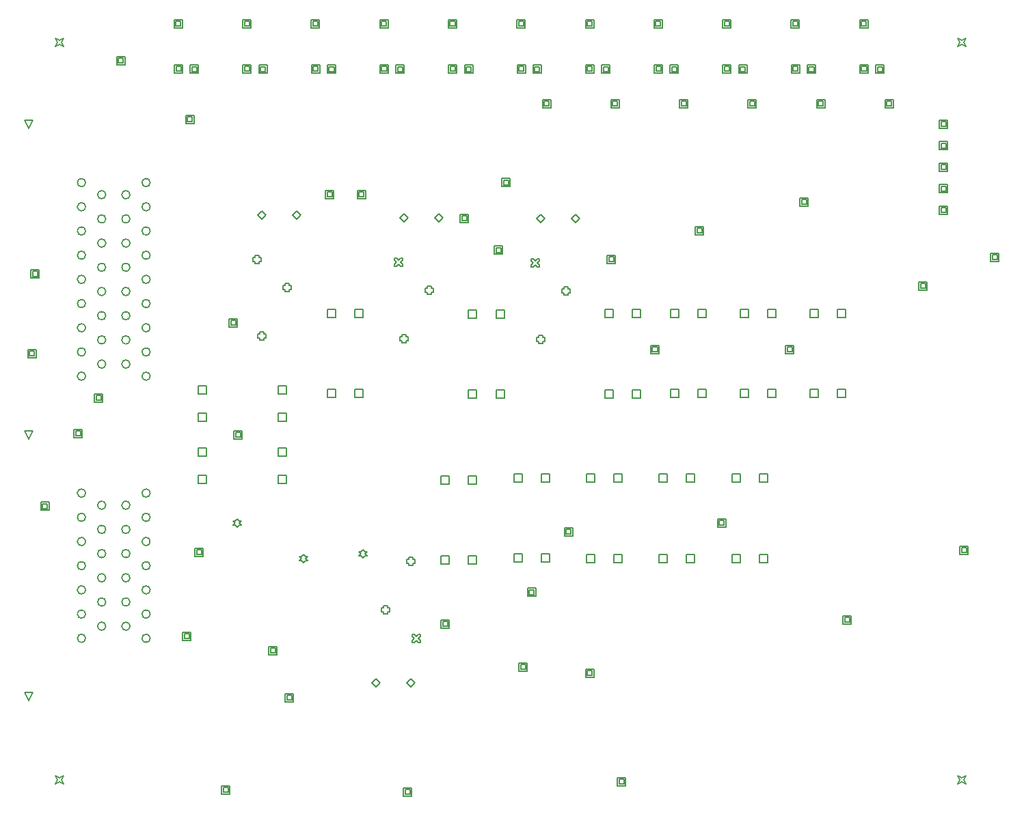
<source format=gbr>
%TF.GenerationSoftware,Altium Limited,Altium Designer,19.0.10 (269)*%
G04 Layer_Color=2752767*
%FSLAX26Y26*%
%MOIN*%
%TF.FileFunction,Drawing*%
%TF.Part,Single*%
G01*
G75*
%TA.AperFunction,NonConductor*%
%ADD73C,0.005000*%
%ADD74C,0.006667*%
D73*
X1365551Y1745000D02*
Y1785000D01*
X1405551D01*
Y1745000D01*
X1365551D01*
X975000D02*
Y1785000D01*
X1015000D01*
Y1745000D01*
X975000D01*
X1365551Y1878858D02*
Y1918858D01*
X1405551D01*
Y1878858D01*
X1365551D01*
X975000D02*
Y1918858D01*
X1015000D01*
Y1878858D01*
X975000D01*
Y2183780D02*
Y2223780D01*
X1015000D01*
Y2183780D01*
X975000D01*
X1365551D02*
Y2223780D01*
X1405551D01*
Y2183780D01*
X1365551D01*
X975000Y2049921D02*
Y2089921D01*
X1015000D01*
Y2049921D01*
X975000D01*
X1365551D02*
Y2089921D01*
X1405551D01*
Y2049921D01*
X1365551D01*
X1604843Y2166206D02*
Y2206206D01*
X1644843D01*
Y2166206D01*
X1604843D01*
Y2556757D02*
Y2596757D01*
X1644843D01*
Y2556757D01*
X1604843D01*
X1738701Y2166206D02*
Y2206206D01*
X1778701D01*
Y2166206D01*
X1738701D01*
Y2556757D02*
Y2596757D01*
X1778701D01*
Y2556757D01*
X1738701D01*
X2293490Y2161724D02*
Y2201724D01*
X2333490D01*
Y2161724D01*
X2293490D01*
Y2552276D02*
Y2592276D01*
X2333490D01*
Y2552276D01*
X2293490D01*
X2427348Y2161724D02*
Y2201724D01*
X2467348D01*
Y2161724D01*
X2427348D01*
Y2552276D02*
Y2592276D01*
X2467348D01*
Y2552276D01*
X2427348D01*
X2959165Y2163724D02*
Y2203724D01*
X2999165D01*
Y2163724D01*
X2959165D01*
Y2554276D02*
Y2594276D01*
X2999165D01*
Y2554276D01*
X2959165D01*
X3093023Y2163724D02*
Y2203724D01*
X3133023D01*
Y2163724D01*
X3093023D01*
Y2554276D02*
Y2594276D01*
X3133023D01*
Y2554276D01*
X3093023D01*
X3279361Y2164449D02*
Y2204449D01*
X3319361D01*
Y2164449D01*
X3279361D01*
Y2555000D02*
Y2595000D01*
X3319361D01*
Y2555000D01*
X3279361D01*
X3413220Y2164449D02*
Y2204449D01*
X3453220D01*
Y2164449D01*
X3413220D01*
Y2555000D02*
Y2595000D01*
X3453220D01*
Y2555000D01*
X3413220D01*
X3618246Y2164724D02*
Y2204724D01*
X3658246D01*
Y2164724D01*
X3618246D01*
Y2555276D02*
Y2595276D01*
X3658246D01*
Y2555276D01*
X3618246D01*
X3752104Y2164724D02*
Y2204724D01*
X3792104D01*
Y2164724D01*
X3752104D01*
Y2555276D02*
Y2595276D01*
X3792104D01*
Y2555276D01*
X3752104D01*
X3958379Y2164898D02*
Y2204898D01*
X3998379D01*
Y2164898D01*
X3958379D01*
Y2555450D02*
Y2595450D01*
X3998379D01*
Y2555450D01*
X3958379D01*
X4092237Y2164898D02*
Y2204898D01*
X4132237D01*
Y2164898D01*
X4092237D01*
Y2555450D02*
Y2595450D01*
X4132237D01*
Y2555450D01*
X4092237D01*
X3711237Y1751450D02*
Y1791450D01*
X3751237D01*
Y1751450D01*
X3711237D01*
Y1360898D02*
Y1400898D01*
X3751237D01*
Y1360898D01*
X3711237D01*
X3577378Y1751450D02*
Y1791450D01*
X3617378D01*
Y1751450D01*
X3577378D01*
Y1360898D02*
Y1400898D01*
X3617378D01*
Y1360898D01*
X3577378D01*
X3356886Y1751000D02*
Y1791000D01*
X3396886D01*
Y1751000D01*
X3356886D01*
Y1360449D02*
Y1400449D01*
X3396886D01*
Y1360449D01*
X3356886D01*
X3223028Y1751000D02*
Y1791000D01*
X3263028D01*
Y1751000D01*
X3223028D01*
Y1360449D02*
Y1400449D01*
X3263028D01*
Y1360449D01*
X3223028D01*
X3002570Y1751450D02*
Y1791450D01*
X3042570D01*
Y1751450D01*
X3002570D01*
Y1360898D02*
Y1400898D01*
X3042570D01*
Y1360898D01*
X3002570D01*
X2868712Y1751450D02*
Y1791450D01*
X2908712D01*
Y1751450D01*
X2868712D01*
Y1360898D02*
Y1400898D01*
X2908712D01*
Y1360898D01*
X2868712D01*
X2647701Y1751757D02*
Y1791757D01*
X2687701D01*
Y1751757D01*
X2647701D01*
Y1361206D02*
Y1401206D01*
X2687701D01*
Y1361206D01*
X2647701D01*
X2513843Y1751757D02*
Y1791757D01*
X2553843D01*
Y1751757D01*
X2513843D01*
Y1361206D02*
Y1401206D01*
X2553843D01*
Y1361206D01*
X2513843D01*
X2293314Y1743253D02*
Y1783253D01*
X2333314D01*
Y1743253D01*
X2293314D01*
Y1352702D02*
Y1392702D01*
X2333314D01*
Y1352702D01*
X2293314D01*
X2159456Y1743253D02*
Y1783253D01*
X2199456D01*
Y1743253D01*
X2159456D01*
Y1352702D02*
Y1392702D01*
X2199456D01*
Y1352702D01*
X2159456D01*
X150000Y684724D02*
X130000Y724724D01*
X170000D01*
X150000Y684724D01*
Y1964252D02*
X130000Y2004252D01*
X170000D01*
X150000Y1964252D01*
Y3480000D02*
X130000Y3520000D01*
X170000D01*
X150000Y3480000D01*
X1166000Y1532000D02*
X1176000Y1542000D01*
X1186000D01*
X1176000Y1552000D01*
X1186000Y1562000D01*
X1176000D01*
X1166000Y1572000D01*
X1156000Y1562000D01*
X1146000D01*
X1156000Y1552000D01*
X1146000Y1542000D01*
X1156000D01*
X1166000Y1532000D01*
X1777000Y1381000D02*
X1787000Y1391000D01*
X1797000D01*
X1787000Y1401000D01*
X1797000Y1411000D01*
X1787000D01*
X1777000Y1421000D01*
X1767000Y1411000D01*
X1757000D01*
X1767000Y1401000D01*
X1757000Y1391000D01*
X1767000D01*
X1777000Y1381000D01*
X1490000Y1360000D02*
X1500000Y1370000D01*
X1510000D01*
X1500000Y1380000D01*
X1510000Y1390000D01*
X1500000D01*
X1490000Y1400000D01*
X1480000Y1390000D01*
X1470000D01*
X1480000Y1380000D01*
X1470000Y1370000D01*
X1480000D01*
X1490000Y1360000D01*
X4680000Y280000D02*
X4690000Y300000D01*
X4680000Y320000D01*
X4700000Y310000D01*
X4720000Y320000D01*
X4710000Y300000D01*
X4720000Y280000D01*
X4700000Y290000D01*
X4680000Y280000D01*
Y3880000D02*
X4690000Y3900000D01*
X4680000Y3920000D01*
X4700000Y3910000D01*
X4720000Y3920000D01*
X4710000Y3900000D01*
X4720000Y3880000D01*
X4700000Y3890000D01*
X4680000Y3880000D01*
X280000D02*
X290000Y3900000D01*
X280000Y3920000D01*
X300000Y3910000D01*
X320000Y3920000D01*
X310000Y3900000D01*
X320000Y3880000D01*
X300000Y3890000D01*
X280000Y3880000D01*
Y280000D02*
X290000Y300000D01*
X280000Y320000D01*
X300000Y310000D01*
X320000Y320000D01*
X310000Y300000D01*
X320000Y280000D01*
X300000Y290000D01*
X280000Y280000D01*
X2634656Y2439512D02*
Y2429512D01*
X2654656D01*
Y2439512D01*
X2664656D01*
Y2459512D01*
X2654656D01*
Y2469512D01*
X2634656D01*
Y2459512D01*
X2624656D01*
Y2439512D01*
X2634656D01*
X2599065Y2803528D02*
X2609065D01*
X2619065Y2813528D01*
X2629065Y2803528D01*
X2639065D01*
Y2813528D01*
X2629065Y2823528D01*
X2639065Y2833528D01*
Y2843528D01*
X2629065D01*
X2619065Y2833528D01*
X2609065Y2843528D01*
X2599065D01*
Y2833528D01*
X2609065Y2823528D01*
X2599065Y2813528D01*
Y2803528D01*
X2758671Y2675732D02*
Y2665732D01*
X2778671D01*
Y2675732D01*
X2788671D01*
Y2695732D01*
X2778671D01*
Y2705732D01*
X2758671D01*
Y2695732D01*
X2748671D01*
Y2675732D01*
X2758671D01*
X2793947Y3040063D02*
X2813947Y3060063D01*
X2833947Y3040063D01*
X2813947Y3020063D01*
X2793947Y3040063D01*
X2624656D02*
X2644656Y3060063D01*
X2664656Y3040063D01*
X2644656Y3020063D01*
X2624656Y3040063D01*
X1969001Y2442449D02*
Y2432449D01*
X1989001D01*
Y2442449D01*
X1999001D01*
Y2462449D01*
X1989001D01*
Y2472449D01*
X1969001D01*
Y2462449D01*
X1959001D01*
Y2442449D01*
X1969001D01*
X1933410Y2806465D02*
X1943410D01*
X1953410Y2816465D01*
X1963410Y2806465D01*
X1973410D01*
Y2816465D01*
X1963410Y2826465D01*
X1973410Y2836465D01*
Y2846465D01*
X1963410D01*
X1953410Y2836465D01*
X1943410Y2846465D01*
X1933410D01*
Y2836465D01*
X1943410Y2826465D01*
X1933410Y2816465D01*
Y2806465D01*
X2093016Y2678670D02*
Y2668670D01*
X2113016D01*
Y2678670D01*
X2123016D01*
Y2698670D01*
X2113016D01*
Y2708670D01*
X2093016D01*
Y2698670D01*
X2083016D01*
Y2678670D01*
X2093016D01*
X2128292Y3043001D02*
X2148292Y3063001D01*
X2168292Y3043001D01*
X2148292Y3023001D01*
X2128292Y3043001D01*
X1959001D02*
X1979001Y3063001D01*
X1999001Y3043001D01*
X1979001Y3023001D01*
X1959001Y3043001D01*
X1276000Y2456449D02*
Y2446449D01*
X1296000D01*
Y2456449D01*
X1306000D01*
Y2476449D01*
X1296000D01*
Y2486449D01*
X1276000D01*
Y2476449D01*
X1266000D01*
Y2456449D01*
X1276000D01*
X1250410Y2830465D02*
Y2820465D01*
X1270410D01*
Y2830465D01*
X1280410D01*
Y2850465D01*
X1270410D01*
Y2860465D01*
X1250410D01*
Y2850465D01*
X1240410D01*
Y2830465D01*
X1250410D01*
X1400016Y2692669D02*
Y2682669D01*
X1420016D01*
Y2692669D01*
X1430016D01*
Y2712669D01*
X1420016D01*
Y2722669D01*
X1400016D01*
Y2712669D01*
X1390016D01*
Y2692669D01*
X1400016D01*
X1435292Y3057000D02*
X1455292Y3077000D01*
X1475292Y3057000D01*
X1455292Y3037000D01*
X1435292Y3057000D01*
X1266000D02*
X1286000Y3077000D01*
X1306000Y3057000D01*
X1286000Y3037000D01*
X1266000Y3057000D01*
X2001929Y1354551D02*
Y1344551D01*
X2021929D01*
Y1354551D01*
X2031929D01*
Y1374551D01*
X2021929D01*
Y1384551D01*
X2001929D01*
Y1374551D01*
X1991929D01*
Y1354551D01*
X2001929D01*
X2017520Y970535D02*
X2027520D01*
X2037520Y980535D01*
X2047520Y970535D01*
X2057520D01*
Y980535D01*
X2047520Y990535D01*
X2057520Y1000535D01*
Y1010535D01*
X2047520D01*
X2037520Y1000535D01*
X2027520Y1010535D01*
X2017520D01*
Y1000535D01*
X2027520Y990535D01*
X2017520Y980535D01*
Y970535D01*
X1877913Y1118331D02*
Y1108331D01*
X1897913D01*
Y1118331D01*
X1907913D01*
Y1138331D01*
X1897913D01*
Y1148331D01*
X1877913D01*
Y1138331D01*
X1867913D01*
Y1118331D01*
X1877913D01*
X1822638Y774000D02*
X1842638Y794000D01*
X1862638Y774000D01*
X1842638Y754000D01*
X1822638Y774000D01*
X1991929D02*
X2011929Y794000D01*
X2031929Y774000D01*
X2011929Y754000D01*
X1991929Y774000D01*
X914000Y3504000D02*
Y3544000D01*
X954000D01*
Y3504000D01*
X914000D01*
X922000Y3512000D02*
Y3536000D01*
X946000D01*
Y3512000D01*
X922000D01*
X3508000Y1533000D02*
Y1573000D01*
X3548000D01*
Y1533000D01*
X3508000D01*
X3516000Y1541000D02*
Y1565000D01*
X3540000D01*
Y1541000D01*
X3516000D01*
X1751000Y3137000D02*
Y3177000D01*
X1791000D01*
Y3137000D01*
X1751000D01*
X1759000Y3145000D02*
Y3169000D01*
X1783000D01*
Y3145000D01*
X1759000D01*
X2252663Y3020000D02*
Y3060000D01*
X2292663D01*
Y3020000D01*
X2252663D01*
X2260663Y3028000D02*
Y3052000D01*
X2284663D01*
Y3028000D01*
X2260663D01*
X1596000Y3137000D02*
Y3177000D01*
X1636000D01*
Y3137000D01*
X1596000D01*
X1604000Y3145000D02*
Y3169000D01*
X1628000D01*
Y3145000D01*
X1604000D01*
X2456217Y3194567D02*
Y3234567D01*
X2496217D01*
Y3194567D01*
X2456217D01*
X2464217Y3202567D02*
Y3226567D01*
X2488217D01*
Y3202567D01*
X2464217D01*
X144695Y2360000D02*
Y2400000D01*
X184695D01*
Y2360000D01*
X144695D01*
X152695Y2368000D02*
Y2392000D01*
X176695D01*
Y2368000D01*
X152695D01*
X160000Y2749010D02*
Y2789010D01*
X200000D01*
Y2749010D01*
X160000D01*
X168000Y2757010D02*
Y2781010D01*
X192000D01*
Y2757010D01*
X168000D01*
X4324456Y3580000D02*
Y3620000D01*
X4364456D01*
Y3580000D01*
X4324456D01*
X4332456Y3588000D02*
Y3612000D01*
X4356456D01*
Y3588000D01*
X4332456D01*
X3322396Y3580000D02*
Y3620000D01*
X3362396D01*
Y3580000D01*
X3322396D01*
X3330396Y3588000D02*
Y3612000D01*
X3354396D01*
Y3588000D01*
X3330396D01*
X577000Y3790000D02*
Y3830000D01*
X617000D01*
Y3790000D01*
X577000D01*
X585000Y3798000D02*
Y3822000D01*
X609000D01*
Y3798000D01*
X585000D01*
X4840000Y2830000D02*
Y2870000D01*
X4880000D01*
Y2830000D01*
X4840000D01*
X4848000Y2838000D02*
Y2862000D01*
X4872000D01*
Y2838000D01*
X4848000D01*
X207000Y1614278D02*
Y1654278D01*
X247000D01*
Y1614278D01*
X207000D01*
X215000Y1622278D02*
Y1646278D01*
X239000D01*
Y1622278D01*
X215000D01*
X470000Y2142952D02*
Y2182952D01*
X510000D01*
Y2142952D01*
X470000D01*
X478000Y2150952D02*
Y2174952D01*
X502000D01*
Y2150952D01*
X478000D01*
X370000Y1970000D02*
Y2010000D01*
X410000D01*
Y1970000D01*
X370000D01*
X378000Y1978000D02*
Y2002000D01*
X402000D01*
Y1978000D01*
X378000D01*
X3840000Y2380000D02*
Y2420000D01*
X3880000D01*
Y2380000D01*
X3840000D01*
X3848000Y2388000D02*
Y2412000D01*
X3872000D01*
Y2388000D01*
X3848000D01*
X3182201Y2380000D02*
Y2420000D01*
X3222201D01*
Y2380000D01*
X3182201D01*
X3190201Y2388000D02*
Y2412000D01*
X3214201D01*
Y2388000D01*
X3190201D01*
X2760726Y1490000D02*
Y1530000D01*
X2800726D01*
Y1490000D01*
X2760726D01*
X2768726Y1498000D02*
Y1522000D01*
X2792726D01*
Y1498000D01*
X2768726D01*
X4690000Y1400000D02*
Y1440000D01*
X4730000D01*
Y1400000D01*
X4690000D01*
X4698000Y1408000D02*
Y1432000D01*
X4722000D01*
Y1408000D01*
X4698000D01*
X4490000Y2690000D02*
Y2730000D01*
X4530000D01*
Y2690000D01*
X4490000D01*
X4498000Y2698000D02*
Y2722000D01*
X4522000D01*
Y2698000D01*
X4498000D01*
X3910000Y3100000D02*
Y3140000D01*
X3950000D01*
Y3100000D01*
X3910000D01*
X3918000Y3108000D02*
Y3132000D01*
X3942000D01*
Y3108000D01*
X3918000D01*
X3400000Y2960000D02*
Y3000000D01*
X3440000D01*
Y2960000D01*
X3400000D01*
X3408000Y2968000D02*
Y2992000D01*
X3432000D01*
Y2968000D01*
X3408000D01*
X2970000Y2820465D02*
Y2860465D01*
X3010000D01*
Y2820465D01*
X2970000D01*
X2978000Y2828465D02*
Y2852465D01*
X3002000D01*
Y2828465D01*
X2978000D01*
X2420000Y2864821D02*
Y2904821D01*
X2460000D01*
Y2864821D01*
X2420000D01*
X2428000Y2872821D02*
Y2896821D01*
X2452000D01*
Y2872821D01*
X2428000D01*
X1150000Y1964252D02*
Y2004252D01*
X1190000D01*
Y1964252D01*
X1150000D01*
X1158000Y1972252D02*
Y1996252D01*
X1182000D01*
Y1972252D01*
X1158000D01*
X1126000Y2510000D02*
Y2550000D01*
X1166000D01*
Y2510000D01*
X1126000D01*
X1134000Y2518000D02*
Y2542000D01*
X1158000D01*
Y2518000D01*
X1134000D01*
X960000Y1390000D02*
Y1430000D01*
X1000000D01*
Y1390000D01*
X960000D01*
X968000Y1398000D02*
Y1422000D01*
X992000D01*
Y1398000D01*
X968000D01*
X900000Y980000D02*
Y1020000D01*
X940000D01*
Y980000D01*
X900000D01*
X908000Y988000D02*
Y1012000D01*
X932000D01*
Y988000D01*
X908000D01*
X1320000Y910000D02*
Y950000D01*
X1360000D01*
Y910000D01*
X1320000D01*
X1328000Y918000D02*
Y942000D01*
X1352000D01*
Y918000D01*
X1328000D01*
X2160000Y1040000D02*
Y1080000D01*
X2200000D01*
Y1040000D01*
X2160000D01*
X2168000Y1048000D02*
Y1072000D01*
X2192000D01*
Y1048000D01*
X2168000D01*
X1400000Y680000D02*
Y720000D01*
X1440000D01*
Y680000D01*
X1400000D01*
X1408000Y688000D02*
Y712000D01*
X1432000D01*
Y688000D01*
X1408000D01*
X2581000Y1195000D02*
Y1235000D01*
X2621000D01*
Y1195000D01*
X2581000D01*
X2589000Y1203000D02*
Y1227000D01*
X2613000D01*
Y1203000D01*
X2589000D01*
X2540000Y830000D02*
Y870000D01*
X2580000D01*
Y830000D01*
X2540000D01*
X2548000Y838000D02*
Y862000D01*
X2572000D01*
Y838000D01*
X2548000D01*
X2863776Y800000D02*
Y840000D01*
X2903776D01*
Y800000D01*
X2863776D01*
X2871776Y808000D02*
Y832000D01*
X2895776D01*
Y808000D01*
X2871776D01*
X4120000Y1060000D02*
Y1100000D01*
X4160000D01*
Y1060000D01*
X4120000D01*
X4128000Y1068000D02*
Y1092000D01*
X4152000D01*
Y1068000D01*
X4128000D01*
X3020000Y270000D02*
Y310000D01*
X3060000D01*
Y270000D01*
X3020000D01*
X3028000Y278000D02*
Y302000D01*
X3052000D01*
Y278000D01*
X3028000D01*
X1975969Y220000D02*
Y260000D01*
X2015969D01*
Y220000D01*
X1975969D01*
X1983969Y228000D02*
Y252000D01*
X2007969D01*
Y228000D01*
X1983969D01*
X1090000Y230000D02*
Y270000D01*
X1130000D01*
Y230000D01*
X1090000D01*
X1098000Y238000D02*
Y262000D01*
X1122000D01*
Y238000D01*
X1098000D01*
X3945388Y3748482D02*
Y3788482D01*
X3985388D01*
Y3748482D01*
X3945388D01*
X3953388Y3756482D02*
Y3780482D01*
X3977388D01*
Y3756482D01*
X3953388D01*
X1939644Y3748482D02*
Y3788482D01*
X1979644D01*
Y3748482D01*
X1939644D01*
X1947644Y3756482D02*
Y3780482D01*
X1971644D01*
Y3756482D01*
X1947644D01*
X1605353Y3748482D02*
Y3788482D01*
X1645353D01*
Y3748482D01*
X1605353D01*
X1613353Y3756482D02*
Y3780482D01*
X1637353D01*
Y3756482D01*
X1613353D01*
X1861888Y3750726D02*
Y3790726D01*
X1901888D01*
Y3750726D01*
X1861888D01*
X1869888Y3758726D02*
Y3782726D01*
X1893888D01*
Y3758726D01*
X1869888D01*
X4590000Y3060000D02*
Y3100000D01*
X4630000D01*
Y3060000D01*
X4590000D01*
X4598000Y3068000D02*
Y3092000D01*
X4622000D01*
Y3068000D01*
X4598000D01*
X4590000Y3165000D02*
Y3205000D01*
X4630000D01*
Y3165000D01*
X4590000D01*
X4598000Y3173000D02*
Y3197000D01*
X4622000D01*
Y3173000D01*
X4598000D01*
X4590000Y3270000D02*
Y3310000D01*
X4630000D01*
Y3270000D01*
X4590000D01*
X4598000Y3278000D02*
Y3302000D01*
X4622000D01*
Y3278000D01*
X4598000D01*
X4590000Y3375000D02*
Y3415000D01*
X4630000D01*
Y3375000D01*
X4590000D01*
X4598000Y3383000D02*
Y3407000D01*
X4622000D01*
Y3383000D01*
X4598000D01*
X4590000Y3480000D02*
Y3520000D01*
X4630000D01*
Y3480000D01*
X4590000D01*
X4598000Y3488000D02*
Y3512000D01*
X4622000D01*
Y3488000D01*
X4598000D01*
X3990977Y3580000D02*
Y3620000D01*
X4030977D01*
Y3580000D01*
X3990977D01*
X3998977Y3588000D02*
Y3612000D01*
X4022977D01*
Y3588000D01*
X3998977D01*
X3656686Y3580000D02*
Y3620000D01*
X3696686D01*
Y3580000D01*
X3656686D01*
X3664686Y3588000D02*
Y3612000D01*
X3688686D01*
Y3588000D01*
X3664686D01*
X3276806Y3748482D02*
Y3788482D01*
X3316806D01*
Y3748482D01*
X3276806D01*
X3284806Y3756482D02*
Y3780482D01*
X3308806D01*
Y3756482D01*
X3284806D01*
X2988105Y3580000D02*
Y3620000D01*
X3028105D01*
Y3580000D01*
X2988105D01*
X2996105Y3588000D02*
Y3612000D01*
X3020105D01*
Y3588000D01*
X2996105D01*
X2653814Y3580000D02*
Y3620000D01*
X2693814D01*
Y3580000D01*
X2653814D01*
X2661814Y3588000D02*
Y3612000D01*
X2685814D01*
Y3588000D01*
X2661814D01*
X1271063Y3748482D02*
Y3788482D01*
X1311063D01*
Y3748482D01*
X1271063D01*
X1279063Y3756482D02*
Y3780482D01*
X1303063D01*
Y3756482D01*
X1279063D01*
X1192323Y3969740D02*
Y4009740D01*
X1232323D01*
Y3969740D01*
X1192323D01*
X1200323Y3977740D02*
Y4001740D01*
X1224323D01*
Y3977740D01*
X1200323D01*
X1193307Y3750726D02*
Y3790726D01*
X1233307D01*
Y3750726D01*
X1193307D01*
X1201307Y3758726D02*
Y3782726D01*
X1225307D01*
Y3758726D01*
X1201307D01*
X1526613Y3969740D02*
Y4009740D01*
X1566613D01*
Y3969740D01*
X1526613D01*
X1534613Y3977740D02*
Y4001740D01*
X1558613D01*
Y3977740D01*
X1534613D01*
X1527597Y3750726D02*
Y3790726D01*
X1567597D01*
Y3750726D01*
X1527597D01*
X1535597Y3758726D02*
Y3782726D01*
X1559597D01*
Y3758726D01*
X1535597D01*
X3611097Y3748482D02*
Y3788482D01*
X3651097D01*
Y3748482D01*
X3611097D01*
X3619097Y3756482D02*
Y3780482D01*
X3643097D01*
Y3756482D01*
X3619097D01*
X3532357Y3969740D02*
Y4009740D01*
X3572357D01*
Y3969740D01*
X3532357D01*
X3540357Y3977740D02*
Y4001740D01*
X3564357D01*
Y3977740D01*
X3540357D01*
X3533341Y3750726D02*
Y3790726D01*
X3573341D01*
Y3750726D01*
X3533341D01*
X3541341Y3758726D02*
Y3782726D01*
X3565341D01*
Y3758726D01*
X3541341D01*
X3866647Y3969740D02*
Y4009740D01*
X3906647D01*
Y3969740D01*
X3866647D01*
X3874647Y3977740D02*
Y4001740D01*
X3898647D01*
Y3977740D01*
X3874647D01*
X3867632Y3750726D02*
Y3790726D01*
X3907632D01*
Y3750726D01*
X3867632D01*
X3875632Y3758726D02*
Y3782726D01*
X3899632D01*
Y3758726D01*
X3875632D01*
X4279678Y3748482D02*
Y3788482D01*
X4319678D01*
Y3748482D01*
X4279678D01*
X4287678Y3756482D02*
Y3780482D01*
X4311678D01*
Y3756482D01*
X4287678D01*
X4200938Y3969740D02*
Y4009740D01*
X4240938D01*
Y3969740D01*
X4200938D01*
X4208938Y3977740D02*
Y4001740D01*
X4232938D01*
Y3977740D01*
X4208938D01*
X4201922Y3750726D02*
Y3790726D01*
X4241922D01*
Y3750726D01*
X4201922D01*
X4209922Y3758726D02*
Y3782726D01*
X4233922D01*
Y3758726D01*
X4209922D01*
X1860904Y3969740D02*
Y4009740D01*
X1900904D01*
Y3969740D01*
X1860904D01*
X1868904Y3977740D02*
Y4001740D01*
X1892904D01*
Y3977740D01*
X1868904D01*
X2273935Y3748482D02*
Y3788482D01*
X2313935D01*
Y3748482D01*
X2273935D01*
X2281935Y3756482D02*
Y3780482D01*
X2305935D01*
Y3756482D01*
X2281935D01*
X2195194Y3969740D02*
Y4009740D01*
X2235194D01*
Y3969740D01*
X2195194D01*
X2203194Y3977740D02*
Y4001740D01*
X2227194D01*
Y3977740D01*
X2203194D01*
X2196179Y3750726D02*
Y3790726D01*
X2236179D01*
Y3750726D01*
X2196179D01*
X2204179Y3758726D02*
Y3782726D01*
X2228179D01*
Y3758726D01*
X2204179D01*
X2608225Y3748482D02*
Y3788482D01*
X2648225D01*
Y3748482D01*
X2608225D01*
X2616225Y3756482D02*
Y3780482D01*
X2640225D01*
Y3756482D01*
X2616225D01*
X2529485Y3969740D02*
Y4009740D01*
X2569485D01*
Y3969740D01*
X2529485D01*
X2537485Y3977740D02*
Y4001740D01*
X2561485D01*
Y3977740D01*
X2537485D01*
X2530469Y3750726D02*
Y3790726D01*
X2570469D01*
Y3750726D01*
X2530469D01*
X2538469Y3758726D02*
Y3782726D01*
X2562469D01*
Y3758726D01*
X2538469D01*
X2942516Y3748482D02*
Y3788482D01*
X2982516D01*
Y3748482D01*
X2942516D01*
X2950516Y3756482D02*
Y3780482D01*
X2974516D01*
Y3756482D01*
X2950516D01*
X2863776Y3969740D02*
Y4009740D01*
X2903776D01*
Y3969740D01*
X2863776D01*
X2871776Y3977740D02*
Y4001740D01*
X2895776D01*
Y3977740D01*
X2871776D01*
X2864760Y3750726D02*
Y3790726D01*
X2904760D01*
Y3750726D01*
X2864760D01*
X2872760Y3758726D02*
Y3782726D01*
X2896760D01*
Y3758726D01*
X2872760D01*
X3198066Y3969740D02*
Y4009740D01*
X3238066D01*
Y3969740D01*
X3198066D01*
X3206066Y3977740D02*
Y4001740D01*
X3230066D01*
Y3977740D01*
X3206066D01*
X3199050Y3750726D02*
Y3790726D01*
X3239050D01*
Y3750726D01*
X3199050D01*
X3207050Y3758726D02*
Y3782726D01*
X3231050D01*
Y3758726D01*
X3207050D01*
X936772Y3748482D02*
Y3788482D01*
X976772D01*
Y3748482D01*
X936772D01*
X944772Y3756482D02*
Y3780482D01*
X968772D01*
Y3756482D01*
X944772D01*
X858032Y3969740D02*
Y4009740D01*
X898032D01*
Y3969740D01*
X858032D01*
X866032Y3977740D02*
Y4001740D01*
X890032D01*
Y3977740D01*
X866032D01*
X859016Y3750726D02*
Y3790726D01*
X899016D01*
Y3750726D01*
X859016D01*
X867016Y3758726D02*
Y3782726D01*
X891016D01*
Y3758726D01*
X867016D01*
D74*
X740866Y2269685D02*
G03*
X740866Y2269685I-20000J0D01*
G01*
Y2387795D02*
G03*
X740866Y2387795I-20000J0D01*
G01*
Y2505905D02*
G03*
X740866Y2505905I-20000J0D01*
G01*
Y2624016D02*
G03*
X740866Y2624016I-20000J0D01*
G01*
Y2742126D02*
G03*
X740866Y2742126I-20000J0D01*
G01*
Y2860236D02*
G03*
X740866Y2860236I-20000J0D01*
G01*
Y2978347D02*
G03*
X740866Y2978347I-20000J0D01*
G01*
Y3096457D02*
G03*
X740866Y3096457I-20000J0D01*
G01*
Y3214567D02*
G03*
X740866Y3214567I-20000J0D01*
G01*
X642441Y2328740D02*
G03*
X642441Y2328740I-20000J0D01*
G01*
Y2446850D02*
G03*
X642441Y2446850I-20000J0D01*
G01*
Y2564961D02*
G03*
X642441Y2564961I-20000J0D01*
G01*
Y2683071D02*
G03*
X642441Y2683071I-20000J0D01*
G01*
Y2801181D02*
G03*
X642441Y2801181I-20000J0D01*
G01*
Y2919291D02*
G03*
X642441Y2919291I-20000J0D01*
G01*
Y3037402D02*
G03*
X642441Y3037402I-20000J0D01*
G01*
Y3155512D02*
G03*
X642441Y3155512I-20000J0D01*
G01*
X524331Y2328740D02*
G03*
X524331Y2328740I-20000J0D01*
G01*
Y2446850D02*
G03*
X524331Y2446850I-20000J0D01*
G01*
Y2564961D02*
G03*
X524331Y2564961I-20000J0D01*
G01*
Y2683071D02*
G03*
X524331Y2683071I-20000J0D01*
G01*
Y2801181D02*
G03*
X524331Y2801181I-20000J0D01*
G01*
Y2919291D02*
G03*
X524331Y2919291I-20000J0D01*
G01*
Y3037402D02*
G03*
X524331Y3037402I-20000J0D01*
G01*
Y3155512D02*
G03*
X524331Y3155512I-20000J0D01*
G01*
X425906Y2269685D02*
G03*
X425906Y2269685I-20000J0D01*
G01*
Y2387795D02*
G03*
X425906Y2387795I-20000J0D01*
G01*
Y2505905D02*
G03*
X425906Y2505905I-20000J0D01*
G01*
Y2624016D02*
G03*
X425906Y2624016I-20000J0D01*
G01*
Y2742126D02*
G03*
X425906Y2742126I-20000J0D01*
G01*
Y2860236D02*
G03*
X425906Y2860236I-20000J0D01*
G01*
Y2978347D02*
G03*
X425906Y2978347I-20000J0D01*
G01*
Y3096457D02*
G03*
X425906Y3096457I-20000J0D01*
G01*
Y3214567D02*
G03*
X425906Y3214567I-20000J0D01*
G01*
Y1698819D02*
G03*
X425906Y1698819I-20000J0D01*
G01*
Y1580709D02*
G03*
X425906Y1580709I-20000J0D01*
G01*
Y1462599D02*
G03*
X425906Y1462599I-20000J0D01*
G01*
Y1344488D02*
G03*
X425906Y1344488I-20000J0D01*
G01*
Y1226378D02*
G03*
X425906Y1226378I-20000J0D01*
G01*
Y1108268D02*
G03*
X425906Y1108268I-20000J0D01*
G01*
Y990158D02*
G03*
X425906Y990158I-20000J0D01*
G01*
X524331Y1639764D02*
G03*
X524331Y1639764I-20000J0D01*
G01*
Y1521654D02*
G03*
X524331Y1521654I-20000J0D01*
G01*
Y1403543D02*
G03*
X524331Y1403543I-20000J0D01*
G01*
Y1285433D02*
G03*
X524331Y1285433I-20000J0D01*
G01*
Y1167323D02*
G03*
X524331Y1167323I-20000J0D01*
G01*
Y1049213D02*
G03*
X524331Y1049213I-20000J0D01*
G01*
X642441Y1639764D02*
G03*
X642441Y1639764I-20000J0D01*
G01*
Y1521654D02*
G03*
X642441Y1521654I-20000J0D01*
G01*
Y1403543D02*
G03*
X642441Y1403543I-20000J0D01*
G01*
Y1285433D02*
G03*
X642441Y1285433I-20000J0D01*
G01*
Y1167323D02*
G03*
X642441Y1167323I-20000J0D01*
G01*
Y1049213D02*
G03*
X642441Y1049213I-20000J0D01*
G01*
X740866Y1698819D02*
G03*
X740866Y1698819I-20000J0D01*
G01*
Y1580709D02*
G03*
X740866Y1580709I-20000J0D01*
G01*
Y1462599D02*
G03*
X740866Y1462599I-20000J0D01*
G01*
Y1344488D02*
G03*
X740866Y1344488I-20000J0D01*
G01*
Y1226378D02*
G03*
X740866Y1226378I-20000J0D01*
G01*
Y1108268D02*
G03*
X740866Y1108268I-20000J0D01*
G01*
Y990158D02*
G03*
X740866Y990158I-20000J0D01*
G01*
%TF.MD5,ac734c5bb1ee4a829db351bd3eed533b*%
M02*

</source>
